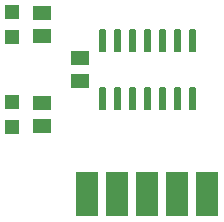
<source format=gtp>
G75*
%MOIN*%
%OFA0B0*%
%FSLAX25Y25*%
%IPPOS*%
%LPD*%
%AMOC8*
5,1,8,0,0,1.08239X$1,22.5*
%
%ADD10R,0.07600X0.15000*%
%ADD11C,0.00591*%
%ADD12R,0.04724X0.04724*%
%ADD13R,0.05906X0.05118*%
D10*
X0038500Y0012000D03*
X0048500Y0012000D03*
X0058500Y0012000D03*
X0068500Y0012000D03*
X0078500Y0012000D03*
D11*
X0072614Y0040390D02*
X0072614Y0047280D01*
X0074386Y0047280D01*
X0074386Y0040390D01*
X0072614Y0040390D01*
X0072614Y0040980D02*
X0074386Y0040980D01*
X0074386Y0041570D02*
X0072614Y0041570D01*
X0072614Y0042160D02*
X0074386Y0042160D01*
X0074386Y0042750D02*
X0072614Y0042750D01*
X0072614Y0043340D02*
X0074386Y0043340D01*
X0074386Y0043930D02*
X0072614Y0043930D01*
X0072614Y0044520D02*
X0074386Y0044520D01*
X0074386Y0045110D02*
X0072614Y0045110D01*
X0072614Y0045700D02*
X0074386Y0045700D01*
X0074386Y0046290D02*
X0072614Y0046290D01*
X0072614Y0046880D02*
X0074386Y0046880D01*
X0067614Y0047280D02*
X0067614Y0040390D01*
X0067614Y0047280D02*
X0069386Y0047280D01*
X0069386Y0040390D01*
X0067614Y0040390D01*
X0067614Y0040980D02*
X0069386Y0040980D01*
X0069386Y0041570D02*
X0067614Y0041570D01*
X0067614Y0042160D02*
X0069386Y0042160D01*
X0069386Y0042750D02*
X0067614Y0042750D01*
X0067614Y0043340D02*
X0069386Y0043340D01*
X0069386Y0043930D02*
X0067614Y0043930D01*
X0067614Y0044520D02*
X0069386Y0044520D01*
X0069386Y0045110D02*
X0067614Y0045110D01*
X0067614Y0045700D02*
X0069386Y0045700D01*
X0069386Y0046290D02*
X0067614Y0046290D01*
X0067614Y0046880D02*
X0069386Y0046880D01*
X0062614Y0047280D02*
X0062614Y0040390D01*
X0062614Y0047280D02*
X0064386Y0047280D01*
X0064386Y0040390D01*
X0062614Y0040390D01*
X0062614Y0040980D02*
X0064386Y0040980D01*
X0064386Y0041570D02*
X0062614Y0041570D01*
X0062614Y0042160D02*
X0064386Y0042160D01*
X0064386Y0042750D02*
X0062614Y0042750D01*
X0062614Y0043340D02*
X0064386Y0043340D01*
X0064386Y0043930D02*
X0062614Y0043930D01*
X0062614Y0044520D02*
X0064386Y0044520D01*
X0064386Y0045110D02*
X0062614Y0045110D01*
X0062614Y0045700D02*
X0064386Y0045700D01*
X0064386Y0046290D02*
X0062614Y0046290D01*
X0062614Y0046880D02*
X0064386Y0046880D01*
X0057614Y0047280D02*
X0057614Y0040390D01*
X0057614Y0047280D02*
X0059386Y0047280D01*
X0059386Y0040390D01*
X0057614Y0040390D01*
X0057614Y0040980D02*
X0059386Y0040980D01*
X0059386Y0041570D02*
X0057614Y0041570D01*
X0057614Y0042160D02*
X0059386Y0042160D01*
X0059386Y0042750D02*
X0057614Y0042750D01*
X0057614Y0043340D02*
X0059386Y0043340D01*
X0059386Y0043930D02*
X0057614Y0043930D01*
X0057614Y0044520D02*
X0059386Y0044520D01*
X0059386Y0045110D02*
X0057614Y0045110D01*
X0057614Y0045700D02*
X0059386Y0045700D01*
X0059386Y0046290D02*
X0057614Y0046290D01*
X0057614Y0046880D02*
X0059386Y0046880D01*
X0052614Y0047280D02*
X0052614Y0040390D01*
X0052614Y0047280D02*
X0054386Y0047280D01*
X0054386Y0040390D01*
X0052614Y0040390D01*
X0052614Y0040980D02*
X0054386Y0040980D01*
X0054386Y0041570D02*
X0052614Y0041570D01*
X0052614Y0042160D02*
X0054386Y0042160D01*
X0054386Y0042750D02*
X0052614Y0042750D01*
X0052614Y0043340D02*
X0054386Y0043340D01*
X0054386Y0043930D02*
X0052614Y0043930D01*
X0052614Y0044520D02*
X0054386Y0044520D01*
X0054386Y0045110D02*
X0052614Y0045110D01*
X0052614Y0045700D02*
X0054386Y0045700D01*
X0054386Y0046290D02*
X0052614Y0046290D01*
X0052614Y0046880D02*
X0054386Y0046880D01*
X0047614Y0047280D02*
X0047614Y0040390D01*
X0047614Y0047280D02*
X0049386Y0047280D01*
X0049386Y0040390D01*
X0047614Y0040390D01*
X0047614Y0040980D02*
X0049386Y0040980D01*
X0049386Y0041570D02*
X0047614Y0041570D01*
X0047614Y0042160D02*
X0049386Y0042160D01*
X0049386Y0042750D02*
X0047614Y0042750D01*
X0047614Y0043340D02*
X0049386Y0043340D01*
X0049386Y0043930D02*
X0047614Y0043930D01*
X0047614Y0044520D02*
X0049386Y0044520D01*
X0049386Y0045110D02*
X0047614Y0045110D01*
X0047614Y0045700D02*
X0049386Y0045700D01*
X0049386Y0046290D02*
X0047614Y0046290D01*
X0047614Y0046880D02*
X0049386Y0046880D01*
X0042614Y0047280D02*
X0042614Y0040390D01*
X0042614Y0047280D02*
X0044386Y0047280D01*
X0044386Y0040390D01*
X0042614Y0040390D01*
X0042614Y0040980D02*
X0044386Y0040980D01*
X0044386Y0041570D02*
X0042614Y0041570D01*
X0042614Y0042160D02*
X0044386Y0042160D01*
X0044386Y0042750D02*
X0042614Y0042750D01*
X0042614Y0043340D02*
X0044386Y0043340D01*
X0044386Y0043930D02*
X0042614Y0043930D01*
X0042614Y0044520D02*
X0044386Y0044520D01*
X0044386Y0045110D02*
X0042614Y0045110D01*
X0042614Y0045700D02*
X0044386Y0045700D01*
X0044386Y0046290D02*
X0042614Y0046290D01*
X0042614Y0046880D02*
X0044386Y0046880D01*
X0042614Y0059720D02*
X0042614Y0066610D01*
X0044386Y0066610D01*
X0044386Y0059720D01*
X0042614Y0059720D01*
X0042614Y0060310D02*
X0044386Y0060310D01*
X0044386Y0060900D02*
X0042614Y0060900D01*
X0042614Y0061490D02*
X0044386Y0061490D01*
X0044386Y0062080D02*
X0042614Y0062080D01*
X0042614Y0062670D02*
X0044386Y0062670D01*
X0044386Y0063260D02*
X0042614Y0063260D01*
X0042614Y0063850D02*
X0044386Y0063850D01*
X0044386Y0064440D02*
X0042614Y0064440D01*
X0042614Y0065030D02*
X0044386Y0065030D01*
X0044386Y0065620D02*
X0042614Y0065620D01*
X0042614Y0066210D02*
X0044386Y0066210D01*
X0047614Y0066610D02*
X0047614Y0059720D01*
X0047614Y0066610D02*
X0049386Y0066610D01*
X0049386Y0059720D01*
X0047614Y0059720D01*
X0047614Y0060310D02*
X0049386Y0060310D01*
X0049386Y0060900D02*
X0047614Y0060900D01*
X0047614Y0061490D02*
X0049386Y0061490D01*
X0049386Y0062080D02*
X0047614Y0062080D01*
X0047614Y0062670D02*
X0049386Y0062670D01*
X0049386Y0063260D02*
X0047614Y0063260D01*
X0047614Y0063850D02*
X0049386Y0063850D01*
X0049386Y0064440D02*
X0047614Y0064440D01*
X0047614Y0065030D02*
X0049386Y0065030D01*
X0049386Y0065620D02*
X0047614Y0065620D01*
X0047614Y0066210D02*
X0049386Y0066210D01*
X0052614Y0066610D02*
X0052614Y0059720D01*
X0052614Y0066610D02*
X0054386Y0066610D01*
X0054386Y0059720D01*
X0052614Y0059720D01*
X0052614Y0060310D02*
X0054386Y0060310D01*
X0054386Y0060900D02*
X0052614Y0060900D01*
X0052614Y0061490D02*
X0054386Y0061490D01*
X0054386Y0062080D02*
X0052614Y0062080D01*
X0052614Y0062670D02*
X0054386Y0062670D01*
X0054386Y0063260D02*
X0052614Y0063260D01*
X0052614Y0063850D02*
X0054386Y0063850D01*
X0054386Y0064440D02*
X0052614Y0064440D01*
X0052614Y0065030D02*
X0054386Y0065030D01*
X0054386Y0065620D02*
X0052614Y0065620D01*
X0052614Y0066210D02*
X0054386Y0066210D01*
X0057614Y0066610D02*
X0057614Y0059720D01*
X0057614Y0066610D02*
X0059386Y0066610D01*
X0059386Y0059720D01*
X0057614Y0059720D01*
X0057614Y0060310D02*
X0059386Y0060310D01*
X0059386Y0060900D02*
X0057614Y0060900D01*
X0057614Y0061490D02*
X0059386Y0061490D01*
X0059386Y0062080D02*
X0057614Y0062080D01*
X0057614Y0062670D02*
X0059386Y0062670D01*
X0059386Y0063260D02*
X0057614Y0063260D01*
X0057614Y0063850D02*
X0059386Y0063850D01*
X0059386Y0064440D02*
X0057614Y0064440D01*
X0057614Y0065030D02*
X0059386Y0065030D01*
X0059386Y0065620D02*
X0057614Y0065620D01*
X0057614Y0066210D02*
X0059386Y0066210D01*
X0062614Y0066610D02*
X0062614Y0059720D01*
X0062614Y0066610D02*
X0064386Y0066610D01*
X0064386Y0059720D01*
X0062614Y0059720D01*
X0062614Y0060310D02*
X0064386Y0060310D01*
X0064386Y0060900D02*
X0062614Y0060900D01*
X0062614Y0061490D02*
X0064386Y0061490D01*
X0064386Y0062080D02*
X0062614Y0062080D01*
X0062614Y0062670D02*
X0064386Y0062670D01*
X0064386Y0063260D02*
X0062614Y0063260D01*
X0062614Y0063850D02*
X0064386Y0063850D01*
X0064386Y0064440D02*
X0062614Y0064440D01*
X0062614Y0065030D02*
X0064386Y0065030D01*
X0064386Y0065620D02*
X0062614Y0065620D01*
X0062614Y0066210D02*
X0064386Y0066210D01*
X0067614Y0066610D02*
X0067614Y0059720D01*
X0067614Y0066610D02*
X0069386Y0066610D01*
X0069386Y0059720D01*
X0067614Y0059720D01*
X0067614Y0060310D02*
X0069386Y0060310D01*
X0069386Y0060900D02*
X0067614Y0060900D01*
X0067614Y0061490D02*
X0069386Y0061490D01*
X0069386Y0062080D02*
X0067614Y0062080D01*
X0067614Y0062670D02*
X0069386Y0062670D01*
X0069386Y0063260D02*
X0067614Y0063260D01*
X0067614Y0063850D02*
X0069386Y0063850D01*
X0069386Y0064440D02*
X0067614Y0064440D01*
X0067614Y0065030D02*
X0069386Y0065030D01*
X0069386Y0065620D02*
X0067614Y0065620D01*
X0067614Y0066210D02*
X0069386Y0066210D01*
X0072614Y0066610D02*
X0072614Y0059720D01*
X0072614Y0066610D02*
X0074386Y0066610D01*
X0074386Y0059720D01*
X0072614Y0059720D01*
X0072614Y0060310D02*
X0074386Y0060310D01*
X0074386Y0060900D02*
X0072614Y0060900D01*
X0072614Y0061490D02*
X0074386Y0061490D01*
X0074386Y0062080D02*
X0072614Y0062080D01*
X0072614Y0062670D02*
X0074386Y0062670D01*
X0074386Y0063260D02*
X0072614Y0063260D01*
X0072614Y0063850D02*
X0074386Y0063850D01*
X0074386Y0064440D02*
X0072614Y0064440D01*
X0072614Y0065030D02*
X0074386Y0065030D01*
X0074386Y0065620D02*
X0072614Y0065620D01*
X0072614Y0066210D02*
X0074386Y0066210D01*
D12*
X0013500Y0034366D03*
X0013500Y0042634D03*
X0013500Y0064366D03*
X0013500Y0072634D03*
D13*
X0023500Y0072240D03*
X0023500Y0064760D03*
X0036000Y0057240D03*
X0036000Y0049760D03*
X0023500Y0042240D03*
X0023500Y0034760D03*
M02*

</source>
